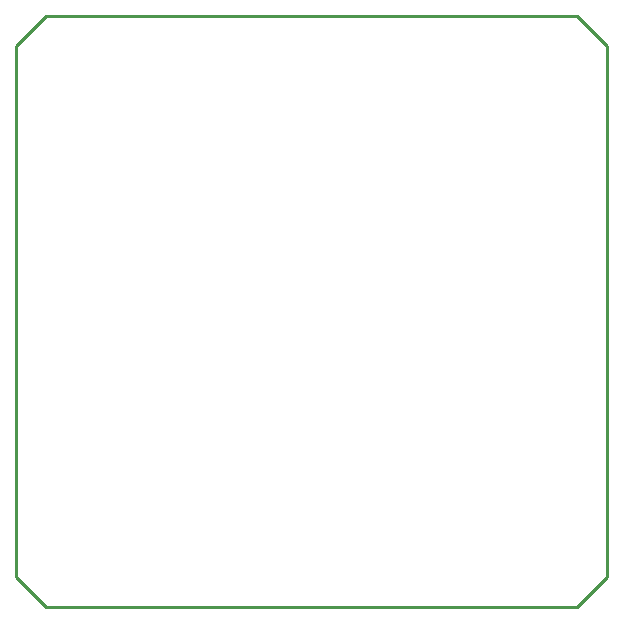
<source format=gko>
G04*
G04 #@! TF.GenerationSoftware,Altium Limited,Altium Designer,21.6.1 (37)*
G04*
G04 Layer_Color=16711935*
%FSLAX25Y25*%
%MOIN*%
G70*
G04*
G04 #@! TF.SameCoordinates,6932302D-1246-4337-B808-B0F653D0E11F*
G04*
G04*
G04 #@! TF.FilePolarity,Positive*
G04*
G01*
G75*
%ADD11C,0.01000*%
D11*
X73232Y225449D02*
X250381Y225449D01*
X260231Y38449D02*
X260231Y215598D01*
X73232Y28598D02*
X250381Y28598D01*
X63381Y38449D02*
X63381Y215598D01*
X63381Y38449D02*
X73232Y28598D01*
X250381Y28598D02*
X260231Y38449D01*
X250381Y225449D02*
X260231Y215598D01*
X63381Y215598D02*
X73232Y225449D01*
M02*

</source>
